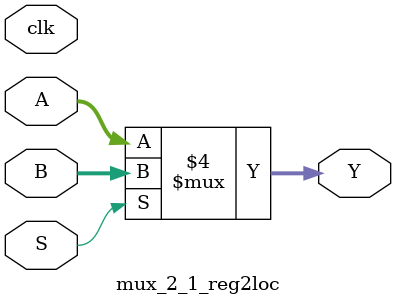
<source format=v>
`timescale 1ns / 1ps


module mux_2_1_reg2loc(S,A,B,Y,clk);
input S,clk;
input [4:0] A,B;
output reg [4:0] Y;
always@(S or A or B)
begin
if(S==0)
Y=A;
else Y=B;
end
endmodule

</source>
